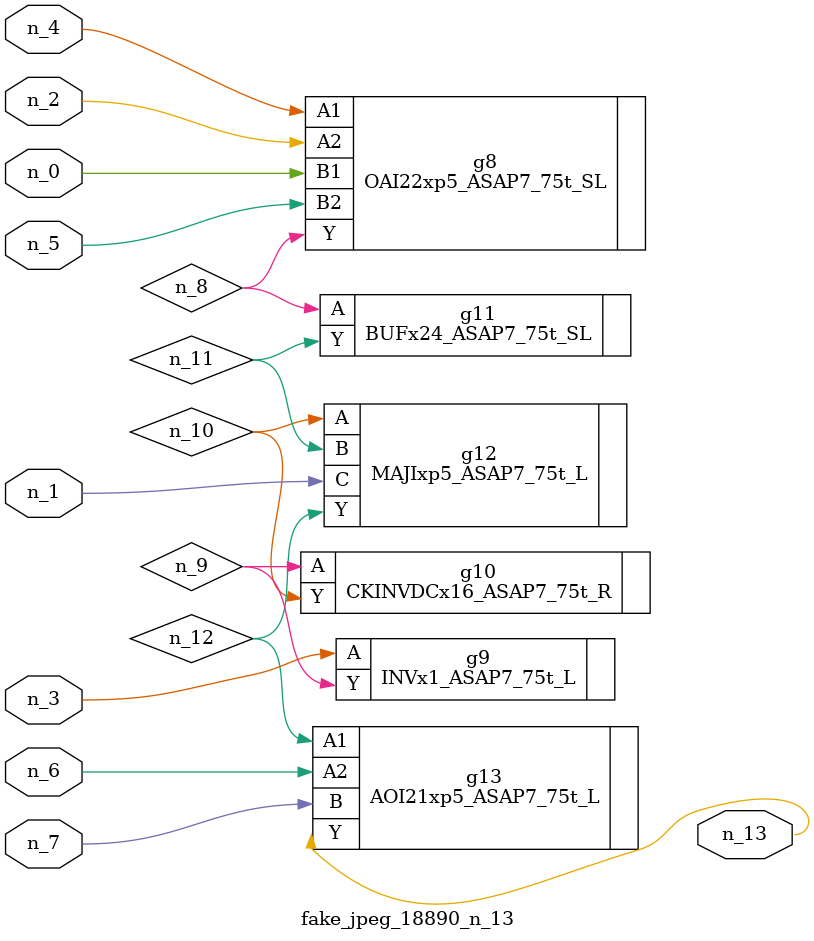
<source format=v>
module fake_jpeg_18890_n_13 (n_3, n_2, n_1, n_0, n_4, n_6, n_5, n_7, n_13);

input n_3;
input n_2;
input n_1;
input n_0;
input n_4;
input n_6;
input n_5;
input n_7;

output n_13;

wire n_11;
wire n_10;
wire n_12;
wire n_8;
wire n_9;

OAI22xp5_ASAP7_75t_SL g8 ( 
.A1(n_4),
.A2(n_2),
.B1(n_0),
.B2(n_5),
.Y(n_8)
);

INVx1_ASAP7_75t_L g9 ( 
.A(n_3),
.Y(n_9)
);

CKINVDCx16_ASAP7_75t_R g10 ( 
.A(n_9),
.Y(n_10)
);

MAJIxp5_ASAP7_75t_L g12 ( 
.A(n_10),
.B(n_11),
.C(n_1),
.Y(n_12)
);

BUFx24_ASAP7_75t_SL g11 ( 
.A(n_8),
.Y(n_11)
);

AOI21xp5_ASAP7_75t_L g13 ( 
.A1(n_12),
.A2(n_6),
.B(n_7),
.Y(n_13)
);


endmodule
</source>
